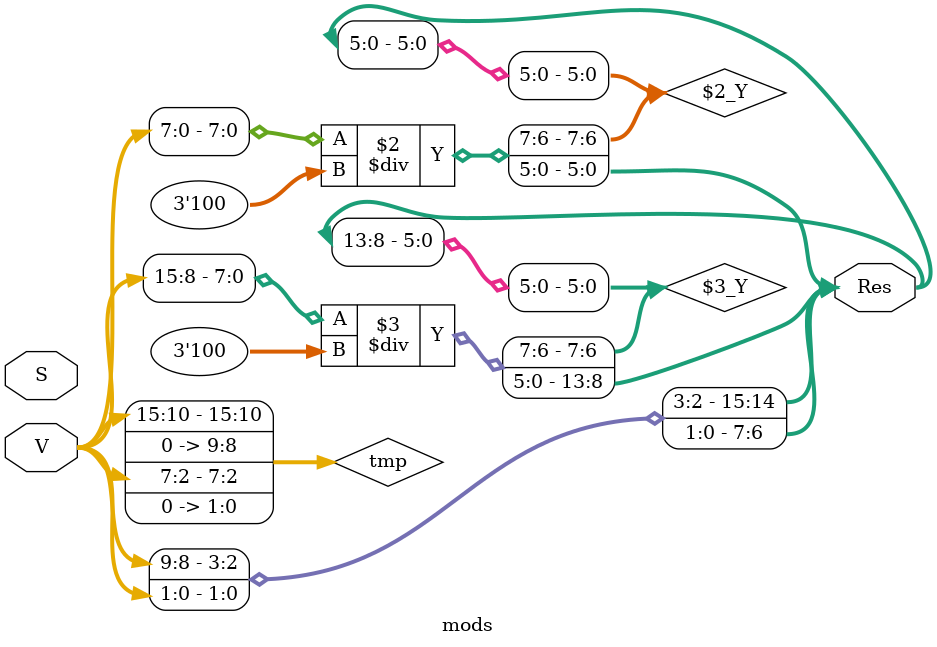
<source format=sv>
module mods(input logic [15:0]  	V,		 		 // Vector source
				input logic [15:0]	S,				 // Scalar source
			   output logic [15:0] 	Res);			 // Result
	
	logic [15:0] tmp;
	
	always_comb
	begin
		tmp 		  <= V;
		tmp[9:8]   <= 2'b00;
		tmp[1:0]   <= 2'b00;
		Res[7:0]   <= V[7:0]/3'b100;
		Res[15:8]  <= V[15:8]/3'b100;
		Res[7:6]   <= V[1:0];
		Res[15:14] <= V[9:8];
	end
 
endmodule  
</source>
